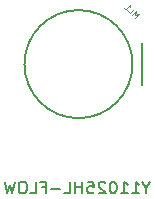
<source format=gbr>
G04 #@! TF.GenerationSoftware,KiCad,Pcbnew,5.1.9*
G04 #@! TF.CreationDate,2021-04-01T11:10:47+02:00*
G04 #@! TF.ProjectId,Y11025HL,59313130-3235-4484-9c2e-6b696361645f,rev?*
G04 #@! TF.SameCoordinates,Original*
G04 #@! TF.FileFunction,Legend,Bot*
G04 #@! TF.FilePolarity,Positive*
%FSLAX45Y45*%
G04 Gerber Fmt 4.5, Leading zero omitted, Abs format (unit mm)*
G04 Created by KiCad (PCBNEW 5.1.9) date 2021-04-01 11:10:47*
%MOMM*%
%LPD*%
G01*
G04 APERTURE LIST*
%ADD10C,0.150000*%
%ADD11C,0.070000*%
G04 APERTURE END LIST*
D10*
X10574264Y-11046619D02*
X10574264Y-11094238D01*
X10607598Y-10994238D02*
X10574264Y-11046619D01*
X10540931Y-10994238D01*
X10455217Y-11094238D02*
X10512360Y-11094238D01*
X10483788Y-11094238D02*
X10483788Y-10994238D01*
X10493312Y-11008524D01*
X10502836Y-11018048D01*
X10512360Y-11022810D01*
X10359979Y-11094238D02*
X10417121Y-11094238D01*
X10388550Y-11094238D02*
X10388550Y-10994238D01*
X10398074Y-11008524D01*
X10407598Y-11018048D01*
X10417121Y-11022810D01*
X10298074Y-10994238D02*
X10288550Y-10994238D01*
X10279026Y-10999000D01*
X10274264Y-11003762D01*
X10269502Y-11013286D01*
X10264740Y-11032333D01*
X10264740Y-11056143D01*
X10269502Y-11075190D01*
X10274264Y-11084714D01*
X10279026Y-11089476D01*
X10288550Y-11094238D01*
X10298074Y-11094238D01*
X10307598Y-11089476D01*
X10312360Y-11084714D01*
X10317121Y-11075190D01*
X10321883Y-11056143D01*
X10321883Y-11032333D01*
X10317121Y-11013286D01*
X10312360Y-11003762D01*
X10307598Y-10999000D01*
X10298074Y-10994238D01*
X10226645Y-11003762D02*
X10221883Y-10999000D01*
X10212360Y-10994238D01*
X10188550Y-10994238D01*
X10179026Y-10999000D01*
X10174264Y-11003762D01*
X10169502Y-11013286D01*
X10169502Y-11022810D01*
X10174264Y-11037095D01*
X10231407Y-11094238D01*
X10169502Y-11094238D01*
X10079026Y-10994238D02*
X10126645Y-10994238D01*
X10131407Y-11041857D01*
X10126645Y-11037095D01*
X10117121Y-11032333D01*
X10093312Y-11032333D01*
X10083788Y-11037095D01*
X10079026Y-11041857D01*
X10074264Y-11051381D01*
X10074264Y-11075190D01*
X10079026Y-11084714D01*
X10083788Y-11089476D01*
X10093312Y-11094238D01*
X10117121Y-11094238D01*
X10126645Y-11089476D01*
X10131407Y-11084714D01*
X10031407Y-11094238D02*
X10031407Y-10994238D01*
X10031407Y-11041857D02*
X9974264Y-11041857D01*
X9974264Y-11094238D02*
X9974264Y-10994238D01*
X9879026Y-11094238D02*
X9926645Y-11094238D01*
X9926645Y-10994238D01*
X9845693Y-11056143D02*
X9769502Y-11056143D01*
X9688550Y-11041857D02*
X9721883Y-11041857D01*
X9721883Y-11094238D02*
X9721883Y-10994238D01*
X9674264Y-10994238D01*
X9588550Y-11094238D02*
X9636169Y-11094238D01*
X9636169Y-10994238D01*
X9536169Y-10994238D02*
X9517121Y-10994238D01*
X9507598Y-10999000D01*
X9498074Y-11008524D01*
X9493312Y-11027571D01*
X9493312Y-11060905D01*
X9498074Y-11079952D01*
X9507598Y-11089476D01*
X9517121Y-11094238D01*
X9536169Y-11094238D01*
X9545693Y-11089476D01*
X9555217Y-11079952D01*
X9559979Y-11060905D01*
X9559979Y-11027571D01*
X9555217Y-11008524D01*
X9545693Y-10999000D01*
X9536169Y-10994238D01*
X9459979Y-10994238D02*
X9436169Y-11094238D01*
X9417121Y-11022810D01*
X9398074Y-11094238D01*
X9374264Y-10994238D01*
X10457500Y-10000000D02*
G75*
G03*
X10457500Y-10000000I-457500J0D01*
G01*
X10538815Y-9820395D02*
X10538815Y-10179605D01*
D11*
X10475950Y-9609913D02*
X10511306Y-9574557D01*
X10474267Y-9588026D01*
X10487735Y-9550987D01*
X10452380Y-9586343D01*
X10418708Y-9552671D02*
X10435544Y-9569507D01*
X10470899Y-9534151D01*
X10388404Y-9522366D02*
X10408607Y-9542569D01*
X10398505Y-9532468D02*
X10433861Y-9497112D01*
X10432177Y-9505530D01*
X10432177Y-9512265D01*
X10433861Y-9517315D01*
M02*

</source>
